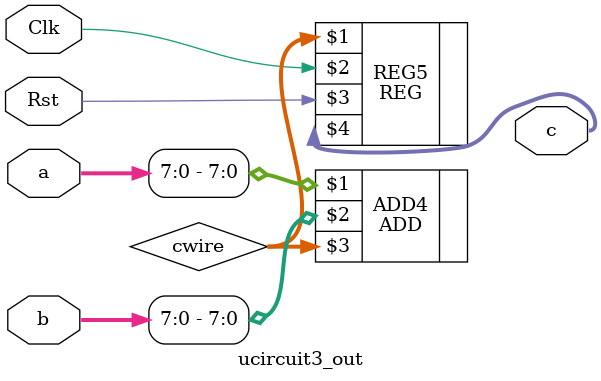
<source format=v>

`timescale 1ns / 1ps

module ucircuit3_out(a,b,c,Clk,Rst);
	input Clk,Rst;
	input [31:0] a;
	input [15:0] b;
	output wire [7:0] c;
	wire [7:0] cwire;
	ADD	#(.DATAWIDTH(8)) ADD4(a[7:0],b[7:0],cwire);
	REG	#(.DATAWIDTH(8)) REG5(cwire,Clk,Rst,c);
endmodule
</source>
